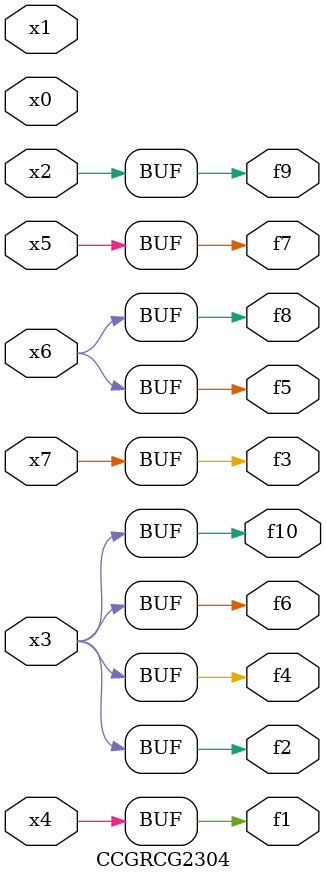
<source format=v>
module CCGRCG2304(
	input x0, x1, x2, x3, x4, x5, x6, x7,
	output f1, f2, f3, f4, f5, f6, f7, f8, f9, f10
);
	assign f1 = x4;
	assign f2 = x3;
	assign f3 = x7;
	assign f4 = x3;
	assign f5 = x6;
	assign f6 = x3;
	assign f7 = x5;
	assign f8 = x6;
	assign f9 = x2;
	assign f10 = x3;
endmodule

</source>
